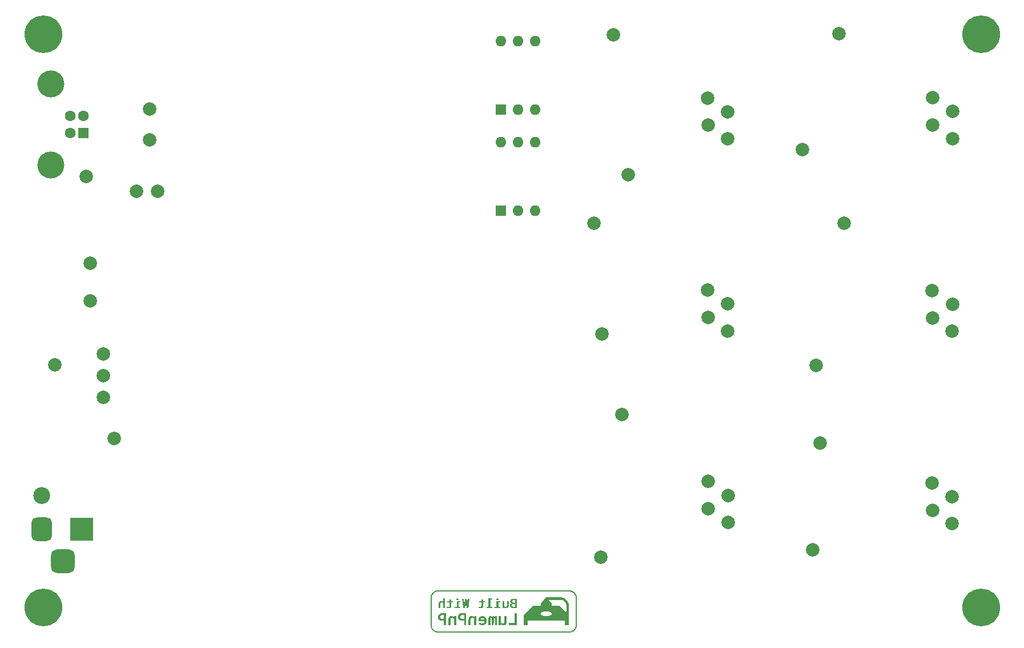
<source format=gbr>
G04 #@! TF.GenerationSoftware,KiCad,Pcbnew,7.0.2-0*
G04 #@! TF.CreationDate,2023-12-22T12:06:11-05:00*
G04 #@! TF.ProjectId,mobo,6d6f626f-2e6b-4696-9361-645f70636258,REV05*
G04 #@! TF.SameCoordinates,Original*
G04 #@! TF.FileFunction,Soldermask,Bot*
G04 #@! TF.FilePolarity,Negative*
%FSLAX46Y46*%
G04 Gerber Fmt 4.6, Leading zero omitted, Abs format (unit mm)*
G04 Created by KiCad (PCBNEW 7.0.2-0) date 2023-12-22 12:06:11*
%MOMM*%
%LPD*%
G01*
G04 APERTURE LIST*
G04 Aperture macros list*
%AMRoundRect*
0 Rectangle with rounded corners*
0 $1 Rounding radius*
0 $2 $3 $4 $5 $6 $7 $8 $9 X,Y pos of 4 corners*
0 Add a 4 corners polygon primitive as box body*
4,1,4,$2,$3,$4,$5,$6,$7,$8,$9,$2,$3,0*
0 Add four circle primitives for the rounded corners*
1,1,$1+$1,$2,$3*
1,1,$1+$1,$4,$5*
1,1,$1+$1,$6,$7*
1,1,$1+$1,$8,$9*
0 Add four rect primitives between the rounded corners*
20,1,$1+$1,$2,$3,$4,$5,0*
20,1,$1+$1,$4,$5,$6,$7,0*
20,1,$1+$1,$6,$7,$8,$9,0*
20,1,$1+$1,$8,$9,$2,$3,0*%
G04 Aperture macros list end*
%ADD10C,5.600000*%
%ADD11R,1.600000X1.600000*%
%ADD12O,1.600000X1.600000*%
%ADD13R,3.500000X3.500000*%
%ADD14C,2.500000*%
%ADD15RoundRect,0.750000X-0.750000X-1.000000X0.750000X-1.000000X0.750000X1.000000X-0.750000X1.000000X0*%
%ADD16RoundRect,0.875000X-0.875000X-0.875000X0.875000X-0.875000X0.875000X0.875000X-0.875000X0.875000X0*%
%ADD17C,1.600000*%
%ADD18C,4.000000*%
%ADD19C,2.000000*%
G04 APERTURE END LIST*
G36*
X141776745Y-142638090D02*
G01*
X140603411Y-142638090D01*
X140603411Y-142357943D01*
X141430078Y-142357943D01*
X141430078Y-140863826D01*
X141776745Y-140863826D01*
X141776745Y-142638090D01*
G37*
G36*
X133443411Y-139303006D02*
G01*
X133150078Y-139303006D01*
X133150078Y-139916662D01*
X133443411Y-139916662D01*
X133443411Y-140130107D01*
X132603411Y-140130107D01*
X132603411Y-139916662D01*
X132883411Y-139916662D01*
X132883411Y-139089561D01*
X133443411Y-139089561D01*
X133443411Y-139303006D01*
G37*
G36*
X138187284Y-138759388D02*
G01*
X138183411Y-138869445D01*
X137883411Y-138876989D01*
X137883411Y-139916662D01*
X138190078Y-139916662D01*
X138190078Y-140130107D01*
X137310078Y-140130107D01*
X137310078Y-139916662D01*
X137603411Y-139916662D01*
X137603411Y-138649330D01*
X138191157Y-138649330D01*
X138187284Y-138759388D01*
G37*
G36*
X139350078Y-139303006D02*
G01*
X139056244Y-139303006D01*
X139059828Y-139606499D01*
X139063411Y-139909992D01*
X139206745Y-139913778D01*
X139350078Y-139917564D01*
X139350078Y-140130107D01*
X138510078Y-140130107D01*
X138510078Y-139916662D01*
X138790078Y-139916662D01*
X138790078Y-139089561D01*
X139350078Y-139089561D01*
X139350078Y-139303006D01*
G37*
G36*
X138964512Y-138684353D02*
G01*
X139015199Y-138708343D01*
X139054122Y-138746950D01*
X139076314Y-138795456D01*
X139076809Y-138849141D01*
X139058306Y-138889852D01*
X139019177Y-138929863D01*
X138968487Y-138955688D01*
X138937282Y-138962062D01*
X138912321Y-138961671D01*
X138905147Y-138959809D01*
X138874629Y-138956157D01*
X138869652Y-138955310D01*
X138844907Y-138941836D01*
X138815719Y-138917163D01*
X138793258Y-138888234D01*
X138775963Y-138837007D01*
X138779987Y-138784890D01*
X138803290Y-138737635D01*
X138843832Y-138700994D01*
X138899573Y-138680720D01*
X138907026Y-138679701D01*
X138964512Y-138684353D01*
G37*
G36*
X133094585Y-138696893D02*
G01*
X133136534Y-138729484D01*
X133161999Y-138777112D01*
X133167990Y-138826746D01*
X133154010Y-138882751D01*
X133118519Y-138927175D01*
X133064146Y-138955232D01*
X133030355Y-138961965D01*
X133005654Y-138961610D01*
X132999715Y-138960025D01*
X132970011Y-138956157D01*
X132965917Y-138955541D01*
X132941528Y-138943726D01*
X132911101Y-138921621D01*
X132909403Y-138920184D01*
X132884208Y-138894298D01*
X132872774Y-138866040D01*
X132870078Y-138823387D01*
X132871642Y-138790139D01*
X132881716Y-138754732D01*
X132904906Y-138724845D01*
X132933613Y-138702300D01*
X132986749Y-138682004D01*
X133042532Y-138680634D01*
X133094585Y-138696893D01*
G37*
G36*
X131150078Y-140130107D02*
G01*
X130883411Y-140130107D01*
X130883411Y-139357492D01*
X130822971Y-139322053D01*
X130799502Y-139309022D01*
X130765102Y-139295366D01*
X130727814Y-139290532D01*
X130675903Y-139292133D01*
X130639098Y-139295151D01*
X130601454Y-139302388D01*
X130573825Y-139316303D01*
X130546344Y-139340586D01*
X130503411Y-139383520D01*
X130499484Y-139756814D01*
X130495557Y-140130107D01*
X130228617Y-140130107D01*
X130232681Y-139733232D01*
X130232741Y-139727422D01*
X130233981Y-139614788D01*
X130235294Y-139525356D01*
X130236928Y-139455799D01*
X130239134Y-139402794D01*
X130242160Y-139363015D01*
X130246256Y-139333137D01*
X130251672Y-139309834D01*
X130258657Y-139289782D01*
X130267460Y-139269655D01*
X130281244Y-139242199D01*
X130334798Y-139168191D01*
X130403009Y-139115965D01*
X130486926Y-139084882D01*
X130587599Y-139074302D01*
X130614079Y-139074727D01*
X130694771Y-139085931D01*
X130763817Y-139114767D01*
X130830101Y-139164540D01*
X130882863Y-139212232D01*
X130886470Y-138934116D01*
X130890078Y-138656000D01*
X131150078Y-138648364D01*
X131150078Y-140130107D01*
G37*
G36*
X132141928Y-141301420D02*
G01*
X132249763Y-141318635D01*
X132346625Y-141359557D01*
X132435603Y-141425397D01*
X132507884Y-141491492D01*
X132517201Y-141404444D01*
X132526518Y-141317397D01*
X132830078Y-141317397D01*
X132830078Y-142638090D01*
X132496745Y-142638090D01*
X132496745Y-141694031D01*
X132445154Y-141647398D01*
X132441246Y-141643909D01*
X132374682Y-141598311D01*
X132302008Y-141575808D01*
X132216963Y-141574396D01*
X132207298Y-141575358D01*
X132128948Y-141591782D01*
X132071723Y-141622261D01*
X132033637Y-141667807D01*
X132028088Y-141679671D01*
X132022660Y-141697404D01*
X132018242Y-141721947D01*
X132014665Y-141756139D01*
X132011757Y-141802819D01*
X132009348Y-141864823D01*
X132007268Y-141944993D01*
X132005346Y-142046165D01*
X132003411Y-142171178D01*
X131996745Y-142631420D01*
X131826745Y-142635154D01*
X131656745Y-142638887D01*
X131657009Y-142214933D01*
X131657101Y-142172323D01*
X131657903Y-142064776D01*
X131659430Y-141963130D01*
X131661573Y-141871541D01*
X131664224Y-141794164D01*
X131667272Y-141735156D01*
X131670608Y-141698673D01*
X131675344Y-141669672D01*
X131706496Y-141556896D01*
X131754885Y-141464389D01*
X131820308Y-141392335D01*
X131902562Y-141340913D01*
X132001442Y-141310307D01*
X132116745Y-141300697D01*
X132141928Y-141301420D01*
G37*
G36*
X132110078Y-139089561D02*
G01*
X132350078Y-139089561D01*
X132350078Y-139289666D01*
X132111851Y-139289666D01*
X132107631Y-139599829D01*
X132106609Y-139670403D01*
X132105012Y-139754258D01*
X132102996Y-139817797D01*
X132100217Y-139864809D01*
X132096331Y-139899082D01*
X132090992Y-139924405D01*
X132083856Y-139944566D01*
X132074580Y-139963353D01*
X132027373Y-140031018D01*
X131967663Y-140086406D01*
X131903156Y-140122129D01*
X131853403Y-140134536D01*
X131777429Y-140142106D01*
X131691149Y-140142163D01*
X131602760Y-140135090D01*
X131520457Y-140121270D01*
X131452438Y-140101086D01*
X131434459Y-140093034D01*
X131421988Y-140080611D01*
X131419267Y-140058370D01*
X131423403Y-140018027D01*
X131428746Y-139978165D01*
X131436308Y-139936705D01*
X131445074Y-139914339D01*
X131457163Y-139906550D01*
X131474697Y-139908822D01*
X131516984Y-139917490D01*
X131578796Y-139924211D01*
X131643361Y-139926577D01*
X131701046Y-139924291D01*
X131742218Y-139917056D01*
X131767917Y-139907413D01*
X131793593Y-139892532D01*
X131812725Y-139871416D01*
X131826261Y-139840661D01*
X131835146Y-139796861D01*
X131840326Y-139736611D01*
X131842750Y-139656505D01*
X131843362Y-139553138D01*
X131843411Y-139289666D01*
X131456745Y-139289666D01*
X131456745Y-139089561D01*
X131843411Y-139089561D01*
X131843411Y-138836094D01*
X132110078Y-138836094D01*
X132110078Y-139089561D01*
G37*
G36*
X139470078Y-142249173D02*
G01*
X139506193Y-142292116D01*
X139562702Y-142340737D01*
X139637321Y-142372919D01*
X139723411Y-142384310D01*
X139747513Y-142383695D01*
X139821591Y-142369727D01*
X139877597Y-142336895D01*
X139916745Y-142284571D01*
X139919503Y-142278895D01*
X139926197Y-142262598D01*
X139931586Y-142243251D01*
X139935851Y-142217900D01*
X139939171Y-142183592D01*
X139941729Y-142137372D01*
X139943703Y-142076287D01*
X139945276Y-141997383D01*
X139946627Y-141897707D01*
X139947936Y-141774303D01*
X139952461Y-141317397D01*
X140285455Y-141317397D01*
X140280323Y-141800984D01*
X140279302Y-141893755D01*
X140277887Y-142004032D01*
X140276340Y-142092740D01*
X140274482Y-142162870D01*
X140272134Y-142217413D01*
X140269116Y-142259363D01*
X140265249Y-142291710D01*
X140260355Y-142317446D01*
X140254252Y-142339563D01*
X140246764Y-142361053D01*
X140232726Y-142396046D01*
X140180679Y-142490476D01*
X140115197Y-142562763D01*
X140034577Y-142614481D01*
X139937115Y-142647205D01*
X139929817Y-142648759D01*
X139837426Y-142657608D01*
X139743648Y-142649157D01*
X139660068Y-142624360D01*
X139622545Y-142603096D01*
X139575689Y-142569314D01*
X139530889Y-142530955D01*
X139458387Y-142462350D01*
X139451087Y-142506864D01*
X139445162Y-142547999D01*
X139440266Y-142591399D01*
X139436745Y-142631420D01*
X139136745Y-142638964D01*
X139136745Y-141317397D01*
X139470078Y-141317397D01*
X139470078Y-142249173D01*
G37*
G36*
X135159476Y-141304443D02*
G01*
X135255535Y-141324012D01*
X135340000Y-141363385D01*
X135418748Y-141424770D01*
X135423147Y-141428898D01*
X135456882Y-141460252D01*
X135481292Y-141482417D01*
X135491352Y-141490821D01*
X135493706Y-141479395D01*
X135497883Y-141448177D01*
X135502919Y-141404109D01*
X135512201Y-141317397D01*
X135816745Y-141317397D01*
X135816745Y-142638090D01*
X135483411Y-142638090D01*
X135483411Y-141701128D01*
X135432928Y-141650618D01*
X135422090Y-141640323D01*
X135356660Y-141597402D01*
X135278344Y-141575865D01*
X135184703Y-141574970D01*
X135152996Y-141578931D01*
X135091426Y-141597362D01*
X135045827Y-141631470D01*
X135010078Y-141685117D01*
X135007753Y-141689800D01*
X135000936Y-141705856D01*
X134995458Y-141724790D01*
X134991136Y-141749578D01*
X134987787Y-141783196D01*
X134985230Y-141828618D01*
X134983283Y-141888819D01*
X134981762Y-141966776D01*
X134980486Y-142065462D01*
X134979272Y-142187854D01*
X134975132Y-142638090D01*
X134643411Y-142638090D01*
X134643512Y-142201194D01*
X134643633Y-142145131D01*
X134644463Y-142037463D01*
X134645990Y-141936683D01*
X134648114Y-141846748D01*
X134650730Y-141771618D01*
X134653735Y-141715250D01*
X134657027Y-141681604D01*
X134657772Y-141677092D01*
X134687322Y-141563204D01*
X134734124Y-141469596D01*
X134797990Y-141396436D01*
X134878730Y-141343887D01*
X134976155Y-141312117D01*
X135090078Y-141301290D01*
X135159476Y-141304443D01*
G37*
G36*
X136843411Y-139089561D02*
G01*
X137084580Y-139089561D01*
X137080662Y-139186278D01*
X137076745Y-139282996D01*
X136961357Y-139286832D01*
X136845969Y-139290667D01*
X136841234Y-139586989D01*
X136839795Y-139672058D01*
X136838055Y-139749110D01*
X136835813Y-139807200D01*
X136832624Y-139850468D01*
X136828048Y-139883054D01*
X136821641Y-139909096D01*
X136812961Y-139932735D01*
X136801566Y-139958110D01*
X136765819Y-140018175D01*
X136702045Y-140081459D01*
X136620105Y-140125218D01*
X136593402Y-140132007D01*
X136536911Y-140138228D01*
X136466763Y-140140157D01*
X136390458Y-140138060D01*
X136315499Y-140132204D01*
X136249388Y-140122855D01*
X136199626Y-140110280D01*
X136168682Y-140097708D01*
X136145506Y-140081900D01*
X136141995Y-140065332D01*
X136144677Y-140053395D01*
X136150755Y-140017938D01*
X136156974Y-139973777D01*
X136165799Y-139904159D01*
X136227938Y-139913745D01*
X136267947Y-139918210D01*
X136326538Y-139921911D01*
X136385694Y-139923332D01*
X136431623Y-139922502D01*
X136468321Y-139918210D01*
X136493604Y-139908383D01*
X136515715Y-139890972D01*
X136531680Y-139873875D01*
X136548034Y-139847907D01*
X136560002Y-139814212D01*
X136568217Y-139769005D01*
X136573311Y-139708500D01*
X136575918Y-139628912D01*
X136576670Y-139526457D01*
X136576745Y-139289666D01*
X136190078Y-139289666D01*
X136190078Y-139089561D01*
X136576745Y-139089561D01*
X136576745Y-138836094D01*
X136843411Y-138836094D01*
X136843411Y-139089561D01*
G37*
G36*
X139950078Y-139451026D02*
G01*
X139950108Y-139525561D01*
X139950374Y-139617465D01*
X139951115Y-139688190D01*
X139952567Y-139741039D01*
X139954965Y-139779315D01*
X139958544Y-139806320D01*
X139963540Y-139825358D01*
X139970189Y-139839732D01*
X139978727Y-139852745D01*
X140016504Y-139890496D01*
X140078662Y-139919889D01*
X140155689Y-139930002D01*
X140221165Y-139922993D01*
X140272497Y-139899256D01*
X140307745Y-139857368D01*
X140311265Y-139850218D01*
X140317405Y-139831934D01*
X140322246Y-139806166D01*
X140326001Y-139769715D01*
X140328880Y-139719381D01*
X140331093Y-139651964D01*
X140332851Y-139564265D01*
X140334365Y-139453085D01*
X140338653Y-139089561D01*
X140605872Y-139089561D01*
X140600160Y-139466425D01*
X140600090Y-139470998D01*
X140598033Y-139587405D01*
X140595672Y-139680538D01*
X140592801Y-139753687D01*
X140589212Y-139810143D01*
X140584697Y-139853196D01*
X140579051Y-139886137D01*
X140572064Y-139912255D01*
X140569203Y-139920551D01*
X140536909Y-139984616D01*
X140490804Y-140044708D01*
X140437451Y-140093476D01*
X140383411Y-140123570D01*
X140374572Y-140126464D01*
X140307709Y-140139360D01*
X140232643Y-140142106D01*
X140160413Y-140134918D01*
X140102063Y-140118015D01*
X140086615Y-140110133D01*
X140040431Y-140079865D01*
X139999174Y-140044936D01*
X139981189Y-140027382D01*
X139956833Y-140005325D01*
X139944586Y-139996704D01*
X139942246Y-140000289D01*
X139937716Y-140023126D01*
X139934142Y-140060070D01*
X139930078Y-140123437D01*
X139806745Y-140127273D01*
X139683411Y-140131108D01*
X139683411Y-139089561D01*
X139950078Y-139089561D01*
X139950078Y-139451026D01*
G37*
G36*
X134310078Y-142638090D02*
G01*
X133976745Y-142638090D01*
X133976745Y-141984414D01*
X133793411Y-141984217D01*
X133775437Y-141984138D01*
X133673665Y-141981204D01*
X133588410Y-141974323D01*
X133524652Y-141963873D01*
X133479617Y-141951540D01*
X133366417Y-141903717D01*
X133267638Y-141836539D01*
X133186396Y-141752430D01*
X133125812Y-141653814D01*
X133110621Y-141619085D01*
X133099792Y-141585191D01*
X133093577Y-141547619D01*
X133090748Y-141498706D01*
X133090078Y-141430790D01*
X133090099Y-141412460D01*
X133090108Y-141411845D01*
X133430879Y-141411845D01*
X133434752Y-141492467D01*
X133455726Y-141567240D01*
X133493920Y-141628956D01*
X133499677Y-141634697D01*
X133531042Y-141657765D01*
X133570078Y-141679177D01*
X133590029Y-141687161D01*
X133622155Y-141695308D01*
X133664144Y-141700424D01*
X133721588Y-141703111D01*
X133800078Y-141703974D01*
X133976745Y-141704267D01*
X133976745Y-141143973D01*
X133806745Y-141144266D01*
X133779814Y-141144441D01*
X133693327Y-141147752D01*
X133627075Y-141156236D01*
X133576156Y-141171197D01*
X133535670Y-141193940D01*
X133500715Y-141225772D01*
X133473945Y-141261895D01*
X133443984Y-141332585D01*
X133430879Y-141411845D01*
X133090108Y-141411845D01*
X133090996Y-141351158D01*
X133094268Y-141306634D01*
X133101346Y-141270927D01*
X133113664Y-141236077D01*
X133132653Y-141194122D01*
X133145722Y-141168040D01*
X133205961Y-141077095D01*
X133282641Y-141002506D01*
X133378618Y-140941912D01*
X133496745Y-140892952D01*
X133508788Y-140889433D01*
X133539513Y-140883542D01*
X133582384Y-140878744D01*
X133640306Y-140874867D01*
X133716182Y-140871737D01*
X133812916Y-140869183D01*
X133933411Y-140867032D01*
X134310078Y-140861363D01*
X134310078Y-141143973D01*
X134310078Y-142638090D01*
G37*
G36*
X131333533Y-141737618D02*
G01*
X131333731Y-141790467D01*
X131334157Y-141938009D01*
X131334373Y-142077049D01*
X131334385Y-142205315D01*
X131334202Y-142320535D01*
X131333831Y-142420438D01*
X131333280Y-142502749D01*
X131332556Y-142565197D01*
X131331666Y-142605510D01*
X131330618Y-142621415D01*
X131330284Y-142622141D01*
X131317324Y-142629514D01*
X131285980Y-142634455D01*
X131233508Y-142637225D01*
X131157163Y-142638090D01*
X130990078Y-142638090D01*
X130990078Y-141984414D01*
X130806745Y-141984217D01*
X130731157Y-141982912D01*
X130607599Y-141973496D01*
X130503091Y-141953952D01*
X130413526Y-141923060D01*
X130334798Y-141879597D01*
X130262800Y-141822341D01*
X130199320Y-141751262D01*
X130144280Y-141655957D01*
X130110417Y-141551709D01*
X130097747Y-141442470D01*
X130098829Y-141428504D01*
X130442192Y-141428504D01*
X130451395Y-141504483D01*
X130477903Y-141574622D01*
X130521026Y-141633568D01*
X130580075Y-141675970D01*
X130585778Y-141678679D01*
X130613712Y-141689799D01*
X130644607Y-141697202D01*
X130684386Y-141701604D01*
X130738972Y-141703720D01*
X130814288Y-141704267D01*
X130990078Y-141704267D01*
X130990078Y-141143973D01*
X130833411Y-141144047D01*
X130787270Y-141144413D01*
X130706165Y-141147935D01*
X130644118Y-141156240D01*
X130596063Y-141170606D01*
X130556933Y-141192309D01*
X130521660Y-141222628D01*
X130478459Y-141280436D01*
X130450984Y-141352038D01*
X130442192Y-141428504D01*
X130098829Y-141428504D01*
X130106289Y-141332192D01*
X130136059Y-141224826D01*
X130187075Y-141124324D01*
X130259354Y-141034639D01*
X130272960Y-141021908D01*
X130339292Y-140974137D01*
X130421223Y-140931360D01*
X130509969Y-140897675D01*
X130596745Y-140877182D01*
X130611076Y-140875418D01*
X130662060Y-140871731D01*
X130732518Y-140868896D01*
X130817385Y-140867042D01*
X130911593Y-140866295D01*
X131010078Y-140866783D01*
X131330078Y-140870496D01*
X131331168Y-141143973D01*
X131333533Y-141737618D01*
G37*
G36*
X137938126Y-141309938D02*
G01*
X138000307Y-141331193D01*
X138051390Y-141361678D01*
X138083635Y-141397858D01*
X138087564Y-141404856D01*
X138102845Y-141421570D01*
X138118497Y-141415280D01*
X138138917Y-141384958D01*
X138160901Y-141356764D01*
X138211191Y-141323313D01*
X138275400Y-141304559D01*
X138347586Y-141301933D01*
X138421804Y-141316866D01*
X138424337Y-141317762D01*
X138456574Y-141335709D01*
X138493286Y-141364432D01*
X138527787Y-141397568D01*
X138553391Y-141428754D01*
X138563411Y-141451626D01*
X138564457Y-141456435D01*
X138576745Y-141457470D01*
X138581244Y-141450803D01*
X138587588Y-141423096D01*
X138590078Y-141383311D01*
X138590078Y-141317397D01*
X138883411Y-141317397D01*
X138883411Y-142638090D01*
X138576745Y-142638090D01*
X138576745Y-141636352D01*
X138544018Y-141603608D01*
X138533580Y-141594313D01*
X138490487Y-141573649D01*
X138446376Y-141575100D01*
X138408811Y-141598930D01*
X138402345Y-141607353D01*
X138396987Y-141618795D01*
X138392675Y-141635809D01*
X138389263Y-141661033D01*
X138386608Y-141697105D01*
X138384564Y-141746664D01*
X138382988Y-141812348D01*
X138381734Y-141896797D01*
X138380660Y-142002649D01*
X138379620Y-142132543D01*
X138375828Y-142638090D01*
X138083411Y-142638090D01*
X138083411Y-142131157D01*
X138083409Y-142091514D01*
X138083321Y-141968876D01*
X138083011Y-141869534D01*
X138082347Y-141790856D01*
X138081198Y-141730209D01*
X138079433Y-141684960D01*
X138076918Y-141652477D01*
X138073524Y-141630126D01*
X138069118Y-141615276D01*
X138063569Y-141605293D01*
X138056745Y-141597544D01*
X138018680Y-141575868D01*
X137972145Y-141572835D01*
X137929293Y-141589788D01*
X137927992Y-141590765D01*
X137921602Y-141597079D01*
X137916360Y-141606881D01*
X137912107Y-141622747D01*
X137908684Y-141647254D01*
X137905935Y-141682979D01*
X137903700Y-141732499D01*
X137901822Y-141798391D01*
X137900142Y-141883231D01*
X137898502Y-141989598D01*
X137896745Y-142120066D01*
X137890078Y-142631420D01*
X137589236Y-142638972D01*
X137592990Y-142081572D01*
X137596745Y-141524172D01*
X137636745Y-141444130D01*
X137673363Y-141384777D01*
X137725557Y-141336103D01*
X137790699Y-141309085D01*
X137872547Y-141301449D01*
X137872588Y-141301449D01*
X137938126Y-141309938D01*
G37*
G36*
X137336096Y-141885187D02*
G01*
X137339445Y-141920926D01*
X137340710Y-142043616D01*
X137326846Y-142160374D01*
X137298700Y-142262642D01*
X137268624Y-142327953D01*
X137201608Y-142425198D01*
X137115367Y-142508755D01*
X137013447Y-142575988D01*
X136899391Y-142624259D01*
X136776745Y-142650931D01*
X136733593Y-142656161D01*
X136698039Y-142660644D01*
X136681043Y-142663018D01*
X136676697Y-142663465D01*
X136646620Y-142661673D01*
X136600483Y-142655492D01*
X136546074Y-142646316D01*
X136491182Y-142635538D01*
X136443597Y-142624549D01*
X136411107Y-142614744D01*
X136399776Y-142610094D01*
X136338910Y-142579789D01*
X136274740Y-142540930D01*
X136216658Y-142499575D01*
X136174055Y-142461785D01*
X136137143Y-142422249D01*
X136302271Y-142239971D01*
X136348831Y-142280872D01*
X136360797Y-142290714D01*
X136407734Y-142322758D01*
X136456067Y-142348692D01*
X136473075Y-142355394D01*
X136540712Y-142372362D01*
X136618748Y-142381457D01*
X136695557Y-142381772D01*
X136759518Y-142372399D01*
X136761591Y-142371829D01*
X136838602Y-142337098D01*
X136906264Y-142280756D01*
X136960352Y-142207281D01*
X136996637Y-142121152D01*
X137005209Y-142091136D01*
X136106154Y-142091136D01*
X136113442Y-141934388D01*
X136120338Y-141851010D01*
X136439943Y-141851010D01*
X136715011Y-141851010D01*
X136765942Y-141851035D01*
X136850106Y-141850816D01*
X136911770Y-141849312D01*
X136953719Y-141845410D01*
X136978737Y-141837997D01*
X136989608Y-141825958D01*
X136989116Y-141808181D01*
X136980045Y-141783552D01*
X136965180Y-141750958D01*
X136956874Y-141733729D01*
X136906393Y-141658778D01*
X136843584Y-141606463D01*
X136769948Y-141577740D01*
X136686986Y-141573566D01*
X136649671Y-141579120D01*
X136571227Y-141606545D01*
X136509771Y-141652299D01*
X136467531Y-141714366D01*
X136446734Y-141790735D01*
X136439943Y-141851010D01*
X136120338Y-141851010D01*
X136122539Y-141824402D01*
X136142553Y-141717488D01*
X136174349Y-141624751D01*
X136219505Y-141540328D01*
X136259267Y-141486998D01*
X136339938Y-141412790D01*
X136436935Y-141356084D01*
X136546788Y-141318306D01*
X136666029Y-141300881D01*
X136791188Y-141305237D01*
X136893966Y-141325762D01*
X137010209Y-141371368D01*
X137111112Y-141437816D01*
X137195413Y-141523764D01*
X137261851Y-141627869D01*
X137309166Y-141748791D01*
X137324402Y-141825958D01*
X137336096Y-141885187D01*
G37*
G36*
X141803411Y-139516452D02*
G01*
X141803411Y-140130107D01*
X141520078Y-140130030D01*
X141508827Y-140130022D01*
X141390490Y-140129175D01*
X141294521Y-140126622D01*
X141216985Y-140121918D01*
X141153947Y-140114619D01*
X141101471Y-140104281D01*
X141055623Y-140090460D01*
X141012468Y-140072711D01*
X140935477Y-140026946D01*
X140868246Y-139959675D01*
X140822110Y-139876124D01*
X140797262Y-139776558D01*
X140794171Y-139741853D01*
X140796634Y-139710332D01*
X141067226Y-139710332D01*
X141067550Y-139730089D01*
X141078986Y-139792980D01*
X141109165Y-139841285D01*
X141161527Y-139881236D01*
X141189079Y-139893231D01*
X141228033Y-139902010D01*
X141283334Y-139908269D01*
X141360133Y-139912828D01*
X141419860Y-139914684D01*
X141472697Y-139914707D01*
X141510207Y-139912887D01*
X141526745Y-139909345D01*
X141528125Y-139906070D01*
X141531520Y-139880989D01*
X141534255Y-139836182D01*
X141536080Y-139776718D01*
X141536745Y-139707663D01*
X141536745Y-139516452D01*
X141366745Y-139516501D01*
X141361715Y-139516505D01*
X141289553Y-139517160D01*
X141238216Y-139519418D01*
X141202202Y-139523952D01*
X141176010Y-139531436D01*
X141154136Y-139542545D01*
X141139130Y-139552324D01*
X141097406Y-139592086D01*
X141074561Y-139642585D01*
X141067226Y-139710332D01*
X140796634Y-139710332D01*
X140801515Y-139647849D01*
X140831530Y-139563442D01*
X140882681Y-139491976D01*
X140953429Y-139436795D01*
X140984933Y-139417715D01*
X141006347Y-139402424D01*
X141009145Y-139396514D01*
X141004254Y-139395745D01*
X140977792Y-139381098D01*
X140943520Y-139352478D01*
X140907577Y-139315980D01*
X140876099Y-139277696D01*
X140855227Y-139243719D01*
X140837002Y-139181069D01*
X140831722Y-139118080D01*
X141097297Y-139118080D01*
X141103728Y-139183220D01*
X141132373Y-139240325D01*
X141181885Y-139284327D01*
X141188246Y-139287910D01*
X141215522Y-139298616D01*
X141252993Y-139306021D01*
X141306145Y-139310951D01*
X141380464Y-139314232D01*
X141537516Y-139319180D01*
X141533797Y-139134333D01*
X141530078Y-138949487D01*
X141382057Y-138951257D01*
X141369710Y-138951439D01*
X141283677Y-138955546D01*
X141219482Y-138965327D01*
X141173109Y-138982168D01*
X141140545Y-139007457D01*
X141117775Y-139042582D01*
X141114424Y-139049977D01*
X141097297Y-139118080D01*
X140831722Y-139118080D01*
X140830371Y-139101958D01*
X140837902Y-139024620D01*
X140868635Y-138937154D01*
X140921537Y-138862596D01*
X140994980Y-138803109D01*
X141087333Y-138760855D01*
X141094037Y-138758778D01*
X141124685Y-138751503D01*
X141164015Y-138745739D01*
X141215621Y-138741227D01*
X141283103Y-138737709D01*
X141370056Y-138734927D01*
X141480078Y-138732621D01*
X141803411Y-138726948D01*
X141803411Y-139319180D01*
X141803411Y-139516452D01*
G37*
G36*
X133927081Y-138766058D02*
G01*
X133927222Y-138766821D01*
X133930800Y-138791120D01*
X133936975Y-138837835D01*
X133945267Y-138903147D01*
X133955197Y-138983242D01*
X133966289Y-139074303D01*
X133978061Y-139172513D01*
X133979792Y-139187032D01*
X133991272Y-139281423D01*
X134001912Y-139365792D01*
X134011269Y-139436843D01*
X134018897Y-139491280D01*
X134024354Y-139525806D01*
X134027194Y-139537124D01*
X134027401Y-139536642D01*
X134030839Y-139519305D01*
X134037502Y-139480150D01*
X134046783Y-139423128D01*
X134058075Y-139352190D01*
X134070770Y-139271286D01*
X134084260Y-139184368D01*
X134097937Y-139095385D01*
X134111194Y-139008288D01*
X134123423Y-138927029D01*
X134134016Y-138855557D01*
X134142366Y-138797824D01*
X134147865Y-138757781D01*
X134149906Y-138739377D01*
X134150209Y-138738605D01*
X134165926Y-138733924D01*
X134200723Y-138730622D01*
X134247999Y-138729372D01*
X134345920Y-138729372D01*
X134402666Y-139132917D01*
X134409874Y-139184011D01*
X134426956Y-139303335D01*
X134440903Y-139397704D01*
X134451899Y-139468218D01*
X134460130Y-139515975D01*
X134465780Y-139542074D01*
X134469034Y-139547616D01*
X134470078Y-139533698D01*
X134470191Y-139531791D01*
X134472518Y-139508978D01*
X134477548Y-139464025D01*
X134484884Y-139400365D01*
X134494128Y-139321431D01*
X134504881Y-139230653D01*
X134516745Y-139131465D01*
X134520141Y-139103187D01*
X134531713Y-139006537D01*
X134542069Y-138919614D01*
X134550813Y-138845771D01*
X134557548Y-138788360D01*
X134561880Y-138750733D01*
X134563411Y-138736242D01*
X134567194Y-138734561D01*
X134591589Y-138731894D01*
X134633614Y-138730056D01*
X134687418Y-138729372D01*
X134811425Y-138729372D01*
X134714737Y-139426404D01*
X134706601Y-139485049D01*
X134688588Y-139614863D01*
X134671853Y-139735408D01*
X134656740Y-139844234D01*
X134643586Y-139938889D01*
X134632735Y-140016921D01*
X134624526Y-140075880D01*
X134619299Y-140113314D01*
X134617396Y-140126772D01*
X134614500Y-140127486D01*
X134591566Y-140128830D01*
X134550787Y-140129760D01*
X134498190Y-140130107D01*
X134448038Y-140129812D01*
X134409904Y-140127971D01*
X134388257Y-140123276D01*
X134377628Y-140114418D01*
X134372545Y-140100091D01*
X134372339Y-140099176D01*
X134368150Y-140076112D01*
X134360593Y-140030738D01*
X134350260Y-139966757D01*
X134337745Y-139887874D01*
X134323641Y-139797793D01*
X134308540Y-139700218D01*
X134306082Y-139684281D01*
X134291338Y-139590206D01*
X134277772Y-139506148D01*
X134265942Y-139435380D01*
X134256404Y-139381176D01*
X134249717Y-139346809D01*
X134246437Y-139335553D01*
X134245787Y-139337344D01*
X134241221Y-139359128D01*
X134233239Y-139402907D01*
X134222405Y-139465388D01*
X134209284Y-139543275D01*
X134194441Y-139633274D01*
X134178441Y-139732091D01*
X134115634Y-140123437D01*
X133992856Y-140127273D01*
X133963553Y-140128077D01*
X133915532Y-140128826D01*
X133882401Y-140128558D01*
X133870038Y-140127273D01*
X133869885Y-140125960D01*
X133867106Y-140105233D01*
X133861106Y-140061296D01*
X133852227Y-139996648D01*
X133840814Y-139913784D01*
X133827211Y-139815202D01*
X133811763Y-139703400D01*
X133794812Y-139580874D01*
X133776705Y-139450121D01*
X133771853Y-139415069D01*
X133753961Y-139285258D01*
X133737328Y-139163703D01*
X133722301Y-139052999D01*
X133709227Y-138955742D01*
X133698454Y-138874527D01*
X133690329Y-138811949D01*
X133685199Y-138770605D01*
X133683411Y-138753089D01*
X133684073Y-138746573D01*
X133691011Y-138737544D01*
X133709602Y-138732336D01*
X133744846Y-138729946D01*
X133801745Y-138729372D01*
X133920078Y-138729372D01*
X133927081Y-138766058D01*
G37*
G36*
X149523050Y-140508482D02*
G01*
X149523264Y-140695975D01*
X149523378Y-140907112D01*
X149523385Y-140957701D01*
X149523411Y-141143410D01*
X149523411Y-142651431D01*
X148896745Y-142651431D01*
X148896745Y-141944393D01*
X143430078Y-141944393D01*
X143430078Y-142651431D01*
X142790078Y-142651431D01*
X142790078Y-141124058D01*
X142968172Y-140945845D01*
X145327331Y-140945845D01*
X145337285Y-141002107D01*
X145371251Y-141057444D01*
X145427057Y-141110391D01*
X145502530Y-141159481D01*
X145595497Y-141203247D01*
X145703787Y-141240225D01*
X145825226Y-141268947D01*
X145842616Y-141272052D01*
X145938422Y-141284523D01*
X146048469Y-141292912D01*
X146162692Y-141296831D01*
X146271028Y-141295892D01*
X146363411Y-141289707D01*
X146406737Y-141284347D01*
X146535132Y-141261402D01*
X146653781Y-141229758D01*
X146759311Y-141190797D01*
X146848350Y-141145900D01*
X146917527Y-141096449D01*
X146963470Y-141043826D01*
X146976498Y-141019386D01*
X146991399Y-140957701D01*
X146981159Y-140897338D01*
X146946871Y-140839438D01*
X146889630Y-140785142D01*
X146810528Y-140735591D01*
X146710660Y-140691926D01*
X146591118Y-140655287D01*
X146569503Y-140649977D01*
X146434106Y-140624055D01*
X146295625Y-140609109D01*
X146156729Y-140604549D01*
X146020087Y-140609787D01*
X145888371Y-140624233D01*
X145764250Y-140647299D01*
X145650395Y-140678396D01*
X145549474Y-140716935D01*
X145464158Y-140762327D01*
X145397117Y-140813984D01*
X145351022Y-140871316D01*
X145328541Y-140933736D01*
X145327331Y-140945845D01*
X142968172Y-140945845D01*
X144156648Y-139756578D01*
X145350078Y-139756578D01*
X145350078Y-139323178D01*
X145753330Y-138919552D01*
X145783398Y-138889456D01*
X146530381Y-138889456D01*
X146746896Y-139106383D01*
X146963411Y-139323311D01*
X146963411Y-139756578D01*
X147566745Y-139756033D01*
X148170078Y-139755489D01*
X148656745Y-140249813D01*
X148691921Y-140285514D01*
X148783859Y-140378537D01*
X148869608Y-140464895D01*
X148947387Y-140542818D01*
X149015412Y-140610535D01*
X149071902Y-140666277D01*
X149115074Y-140708273D01*
X149143145Y-140734754D01*
X149154334Y-140743950D01*
X149155411Y-140741124D01*
X149157460Y-140716810D01*
X149159101Y-140669885D01*
X149160305Y-140603133D01*
X149161042Y-140519334D01*
X149161283Y-140421270D01*
X149160998Y-140311722D01*
X149160158Y-140193474D01*
X149159315Y-140104895D01*
X149157832Y-139974449D01*
X149155965Y-139865972D01*
X149153358Y-139776503D01*
X149149650Y-139703082D01*
X149144482Y-139642747D01*
X149137496Y-139592537D01*
X149128333Y-139549491D01*
X149116634Y-139510647D01*
X149102039Y-139473044D01*
X149084190Y-139433722D01*
X149062729Y-139389718D01*
X149054937Y-139374321D01*
X148973333Y-139245037D01*
X148872115Y-139132682D01*
X148753525Y-139039060D01*
X148619804Y-138965973D01*
X148473192Y-138915227D01*
X148463406Y-138912782D01*
X148442345Y-138908082D01*
X148419389Y-138904057D01*
X148392474Y-138900655D01*
X148359536Y-138897824D01*
X148318511Y-138895512D01*
X148267333Y-138893668D01*
X148203939Y-138892238D01*
X148126264Y-138891171D01*
X148032245Y-138890415D01*
X147919816Y-138889917D01*
X147786913Y-138889626D01*
X147631473Y-138889490D01*
X147451430Y-138889456D01*
X146530381Y-138889456D01*
X145783398Y-138889456D01*
X146156581Y-138515926D01*
X147258250Y-138515926D01*
X147457567Y-138515961D01*
X147641652Y-138516130D01*
X147802758Y-138516522D01*
X147942768Y-138517226D01*
X148063568Y-138518331D01*
X148167041Y-138519928D01*
X148255072Y-138522106D01*
X148329547Y-138524953D01*
X148392348Y-138528559D01*
X148445361Y-138533015D01*
X148490470Y-138538408D01*
X148529559Y-138544829D01*
X148564514Y-138552366D01*
X148597217Y-138561110D01*
X148629555Y-138571149D01*
X148663411Y-138582573D01*
X148732159Y-138608521D01*
X148893641Y-138688667D01*
X149041169Y-138789726D01*
X149172821Y-138909524D01*
X149286675Y-139045883D01*
X149380810Y-139196627D01*
X149453304Y-139359580D01*
X149502235Y-139532565D01*
X149505384Y-139549985D01*
X149508360Y-139572207D01*
X149510996Y-139599850D01*
X149513311Y-139634431D01*
X149515327Y-139677470D01*
X149517063Y-139730485D01*
X149518539Y-139794995D01*
X149519774Y-139872518D01*
X149520790Y-139964572D01*
X149521605Y-140072678D01*
X149522240Y-140198352D01*
X149522715Y-140343114D01*
X149522873Y-140421270D01*
X149523050Y-140508482D01*
G37*
G36*
X150703107Y-139642491D02*
G01*
X150703260Y-139853802D01*
X150703353Y-140088055D01*
X150703399Y-140346495D01*
X150703411Y-140630370D01*
X150703411Y-142818185D01*
X150665959Y-142938248D01*
X150612679Y-143079748D01*
X150529807Y-143234689D01*
X150426879Y-143373065D01*
X150304889Y-143493346D01*
X150280707Y-143513051D01*
X150164697Y-143592549D01*
X150035951Y-143660142D01*
X149902800Y-143711901D01*
X149773577Y-143743896D01*
X149758963Y-143744482D01*
X149717986Y-143745108D01*
X149651468Y-143745717D01*
X149560000Y-143746309D01*
X149444170Y-143746883D01*
X149304566Y-143747438D01*
X149141777Y-143747975D01*
X148956392Y-143748492D01*
X148748999Y-143748989D01*
X148520188Y-143749466D01*
X148270547Y-143749921D01*
X148000665Y-143750354D01*
X147711131Y-143750765D01*
X147402532Y-143751153D01*
X147075459Y-143751517D01*
X146730499Y-143751857D01*
X146368242Y-143752173D01*
X145989275Y-143752463D01*
X145594189Y-143752727D01*
X145183571Y-143752965D01*
X144758011Y-143753176D01*
X144318096Y-143753359D01*
X143864417Y-143753514D01*
X143397561Y-143753640D01*
X142918117Y-143753737D01*
X142426674Y-143753804D01*
X141923820Y-143753840D01*
X141410145Y-143753846D01*
X140886238Y-143753819D01*
X140352686Y-143753761D01*
X139810078Y-143753670D01*
X139592428Y-143753626D01*
X138985152Y-143753504D01*
X138403776Y-143753382D01*
X137847731Y-143753259D01*
X137316448Y-143753133D01*
X136809360Y-143753004D01*
X136325897Y-143752869D01*
X135865491Y-143752727D01*
X135427572Y-143752577D01*
X135011574Y-143752417D01*
X134616925Y-143752246D01*
X134243059Y-143752062D01*
X133889407Y-143751863D01*
X133555399Y-143751649D01*
X133240467Y-143751417D01*
X132944043Y-143751167D01*
X132665558Y-143750896D01*
X132404442Y-143750603D01*
X132160129Y-143750287D01*
X131932048Y-143749947D01*
X131719631Y-143749580D01*
X131522309Y-143749185D01*
X131339515Y-143748760D01*
X131170679Y-143748306D01*
X131015232Y-143747818D01*
X130872606Y-143747297D01*
X130742233Y-143746741D01*
X130623543Y-143746148D01*
X130515967Y-143745517D01*
X130418939Y-143744846D01*
X130331887Y-143744134D01*
X130254245Y-143743379D01*
X130185443Y-143742580D01*
X130124913Y-143741735D01*
X130072085Y-143740843D01*
X130026392Y-143739902D01*
X129987265Y-143738911D01*
X129954134Y-143737869D01*
X129926432Y-143736773D01*
X129903590Y-143735623D01*
X129885039Y-143734416D01*
X129870210Y-143733152D01*
X129858535Y-143731829D01*
X129849445Y-143730445D01*
X129842371Y-143728999D01*
X129836745Y-143727489D01*
X129723961Y-143687758D01*
X129563568Y-143609274D01*
X129419773Y-143510667D01*
X129293758Y-143393100D01*
X129186702Y-143257733D01*
X129099788Y-143105728D01*
X129034197Y-142938248D01*
X128996745Y-142818185D01*
X128996745Y-142804844D01*
X129183411Y-142804844D01*
X129219737Y-142911567D01*
X129273929Y-143041039D01*
X129354499Y-143174711D01*
X129453330Y-143292207D01*
X129568164Y-143390893D01*
X129696745Y-143468136D01*
X129727256Y-143482362D01*
X129796299Y-143511048D01*
X129864029Y-143535262D01*
X129919377Y-143550889D01*
X129921789Y-143551372D01*
X129930627Y-143552671D01*
X129943080Y-143553915D01*
X129959709Y-143555104D01*
X129981076Y-143556239D01*
X130007745Y-143557322D01*
X130040276Y-143558354D01*
X130079232Y-143559336D01*
X130125176Y-143560269D01*
X130178669Y-143561154D01*
X130240275Y-143561992D01*
X130310555Y-143562785D01*
X130390071Y-143563533D01*
X130479386Y-143564238D01*
X130579063Y-143564900D01*
X130689662Y-143565522D01*
X130811748Y-143566103D01*
X130945881Y-143566646D01*
X131092624Y-143567152D01*
X131252539Y-143567620D01*
X131426190Y-143568054D01*
X131614137Y-143568453D01*
X131816943Y-143568819D01*
X132035171Y-143569153D01*
X132269382Y-143569456D01*
X132520140Y-143569730D01*
X132788005Y-143569975D01*
X133073541Y-143570192D01*
X133377310Y-143570383D01*
X133699874Y-143570549D01*
X134041795Y-143570691D01*
X134403635Y-143570810D01*
X134785958Y-143570907D01*
X135189324Y-143570984D01*
X135614297Y-143571041D01*
X136061438Y-143571080D01*
X136531310Y-143571101D01*
X137024475Y-143571107D01*
X137541496Y-143571097D01*
X138082934Y-143571074D01*
X138649352Y-143571038D01*
X139241312Y-143570990D01*
X139859377Y-143570932D01*
X140045307Y-143570913D01*
X140653078Y-143570849D01*
X141234921Y-143570781D01*
X141791405Y-143570709D01*
X142323099Y-143570631D01*
X142830572Y-143570546D01*
X143314393Y-143570453D01*
X143775132Y-143570349D01*
X144213358Y-143570234D01*
X144629639Y-143570106D01*
X145024545Y-143569964D01*
X145398645Y-143569806D01*
X145752508Y-143569631D01*
X146086704Y-143569439D01*
X146401801Y-143569226D01*
X146698368Y-143568993D01*
X146976975Y-143568737D01*
X147238191Y-143568457D01*
X147482585Y-143568152D01*
X147710725Y-143567820D01*
X147923182Y-143567461D01*
X148120525Y-143567072D01*
X148303321Y-143566653D01*
X148472141Y-143566201D01*
X148627554Y-143565716D01*
X148770129Y-143565196D01*
X148900435Y-143564640D01*
X149019041Y-143564047D01*
X149126516Y-143563414D01*
X149223430Y-143562741D01*
X149310350Y-143562027D01*
X149387848Y-143561269D01*
X149456491Y-143560467D01*
X149516850Y-143559619D01*
X149569492Y-143558723D01*
X149614987Y-143557780D01*
X149653905Y-143556786D01*
X149686814Y-143555741D01*
X149714284Y-143554643D01*
X149736883Y-143553490D01*
X149755181Y-143552283D01*
X149769748Y-143551018D01*
X149781151Y-143549696D01*
X149789960Y-143548313D01*
X149796745Y-143546870D01*
X149825970Y-143539161D01*
X149973927Y-143484276D01*
X150108970Y-143407076D01*
X150229122Y-143309396D01*
X150332406Y-143193075D01*
X150416845Y-143059947D01*
X150480462Y-142911848D01*
X150516745Y-142804844D01*
X150520481Y-140670391D01*
X150520506Y-140655889D01*
X150521036Y-140369818D01*
X150521535Y-140109087D01*
X150521954Y-139872418D01*
X150522241Y-139658531D01*
X150522343Y-139466148D01*
X150522211Y-139293989D01*
X150521792Y-139140777D01*
X150521036Y-139005231D01*
X150519890Y-138886075D01*
X150518304Y-138782028D01*
X150516226Y-138691811D01*
X150513605Y-138614147D01*
X150510389Y-138547756D01*
X150506527Y-138491360D01*
X150501968Y-138443679D01*
X150496660Y-138403435D01*
X150490552Y-138369350D01*
X150483593Y-138340143D01*
X150475731Y-138314538D01*
X150466914Y-138291253D01*
X150457092Y-138269012D01*
X150446214Y-138246535D01*
X150434226Y-138222543D01*
X150421080Y-138195758D01*
X150395028Y-138143732D01*
X150366667Y-138095034D01*
X150334806Y-138051248D01*
X150293916Y-138004887D01*
X150238470Y-137948463D01*
X150216611Y-137927018D01*
X150159837Y-137874399D01*
X150110315Y-137834854D01*
X150060640Y-137802854D01*
X150003411Y-137772869D01*
X149986660Y-137764945D01*
X149921638Y-137737116D01*
X149856301Y-137712848D01*
X149802560Y-137696661D01*
X149798866Y-137695891D01*
X149789964Y-137694596D01*
X149777434Y-137693356D01*
X149760713Y-137692171D01*
X149739240Y-137691038D01*
X149712452Y-137689958D01*
X149679788Y-137688928D01*
X149640686Y-137687947D01*
X149594584Y-137687015D01*
X149540920Y-137686130D01*
X149479132Y-137685290D01*
X149408658Y-137684496D01*
X149328936Y-137683744D01*
X149239405Y-137683035D01*
X149139503Y-137682367D01*
X149028667Y-137681739D01*
X148906335Y-137681150D01*
X148771947Y-137680598D01*
X148624939Y-137680082D01*
X148464751Y-137679602D01*
X148290819Y-137679155D01*
X148102583Y-137678741D01*
X147899480Y-137678359D01*
X147680948Y-137678007D01*
X147446426Y-137677684D01*
X147195351Y-137677389D01*
X146927162Y-137677120D01*
X146641297Y-137676877D01*
X146337194Y-137676659D01*
X146014290Y-137676464D01*
X145672025Y-137676290D01*
X145309836Y-137676137D01*
X144927161Y-137676004D01*
X144523438Y-137675890D01*
X144098106Y-137675792D01*
X143650603Y-137675710D01*
X143180366Y-137675643D01*
X142686834Y-137675590D01*
X142169445Y-137675549D01*
X141627636Y-137675519D01*
X141060847Y-137675500D01*
X140468515Y-137675489D01*
X139850078Y-137675485D01*
X139491249Y-137675486D01*
X138887891Y-137675494D01*
X138310315Y-137675510D01*
X137757958Y-137675535D01*
X137230260Y-137675571D01*
X136726657Y-137675619D01*
X136246589Y-137675680D01*
X135789493Y-137675755D01*
X135354807Y-137675846D01*
X134941969Y-137675953D01*
X134550418Y-137676079D01*
X134179591Y-137676223D01*
X133828927Y-137676387D01*
X133497864Y-137676573D01*
X133185839Y-137676782D01*
X132892292Y-137677014D01*
X132616659Y-137677271D01*
X132358380Y-137677555D01*
X132116892Y-137677866D01*
X131891633Y-137678206D01*
X131682041Y-137678575D01*
X131487555Y-137678975D01*
X131307613Y-137679408D01*
X131141653Y-137679874D01*
X130989112Y-137680375D01*
X130849429Y-137680911D01*
X130722042Y-137681484D01*
X130606389Y-137682096D01*
X130501909Y-137682746D01*
X130408038Y-137683438D01*
X130324217Y-137684171D01*
X130249881Y-137684947D01*
X130184470Y-137685767D01*
X130127422Y-137686633D01*
X130078175Y-137687545D01*
X130036167Y-137688505D01*
X130000835Y-137689514D01*
X129971619Y-137690573D01*
X129947956Y-137691683D01*
X129929284Y-137692846D01*
X129915041Y-137694062D01*
X129904666Y-137695334D01*
X129897597Y-137696661D01*
X129884210Y-137700173D01*
X129825965Y-137719113D01*
X129759507Y-137744852D01*
X129696745Y-137772869D01*
X129673670Y-137784354D01*
X129620752Y-137814062D01*
X129572852Y-137847627D01*
X129522591Y-137890583D01*
X129462590Y-137948463D01*
X129441729Y-137969627D01*
X129363618Y-138058147D01*
X129303257Y-138146231D01*
X129255360Y-138242566D01*
X129214636Y-138355842D01*
X129183411Y-138455895D01*
X129183411Y-142804844D01*
X128996745Y-142804844D01*
X128996745Y-140630370D01*
X128996735Y-140480147D01*
X128996677Y-140205279D01*
X128996611Y-139955172D01*
X128996589Y-139728554D01*
X128996663Y-139524155D01*
X128996884Y-139340703D01*
X128997305Y-139176927D01*
X128997976Y-139031556D01*
X128998951Y-138903319D01*
X129000280Y-138790945D01*
X129002015Y-138693162D01*
X129004208Y-138608700D01*
X129006910Y-138536287D01*
X129010175Y-138474652D01*
X129014052Y-138422525D01*
X129018594Y-138378633D01*
X129023853Y-138341706D01*
X129029881Y-138310472D01*
X129036728Y-138283662D01*
X129044448Y-138260002D01*
X129053091Y-138238223D01*
X129062709Y-138217052D01*
X129073355Y-138195220D01*
X129085079Y-138171454D01*
X129097934Y-138144484D01*
X129179959Y-137995426D01*
X129283572Y-137858634D01*
X129404695Y-137741094D01*
X129541933Y-137643958D01*
X129693891Y-137568379D01*
X129859173Y-137515509D01*
X129865394Y-137514046D01*
X129872817Y-137512451D01*
X129881168Y-137510925D01*
X129891019Y-137509466D01*
X129902943Y-137508074D01*
X129917511Y-137506745D01*
X129935295Y-137505480D01*
X129956867Y-137504275D01*
X129982800Y-137503131D01*
X130013664Y-137502044D01*
X130050033Y-137501015D01*
X130092477Y-137500041D01*
X130141570Y-137499120D01*
X130197882Y-137498252D01*
X130261987Y-137497434D01*
X130334455Y-137496666D01*
X130415859Y-137495945D01*
X130506771Y-137495270D01*
X130607763Y-137494640D01*
X130719406Y-137494053D01*
X130842273Y-137493507D01*
X130976936Y-137493001D01*
X131123966Y-137492534D01*
X131283936Y-137492104D01*
X131457418Y-137491709D01*
X131644982Y-137491348D01*
X131847203Y-137491020D01*
X132064651Y-137490722D01*
X132297898Y-137490454D01*
X132547516Y-137490214D01*
X132814078Y-137490000D01*
X133098155Y-137489810D01*
X133400320Y-137489644D01*
X133721143Y-137489500D01*
X134061198Y-137489376D01*
X134421056Y-137489270D01*
X134801288Y-137489182D01*
X135202468Y-137489109D01*
X135625167Y-137489050D01*
X136069957Y-137489005D01*
X136537410Y-137488970D01*
X137028098Y-137488944D01*
X137542592Y-137488927D01*
X138081466Y-137488916D01*
X138645290Y-137488910D01*
X139234637Y-137488908D01*
X139850078Y-137488907D01*
X140393306Y-137488908D01*
X140985743Y-137488910D01*
X141552589Y-137488915D01*
X142094416Y-137488925D01*
X142611796Y-137488942D01*
X143105301Y-137488966D01*
X143575502Y-137489000D01*
X144022972Y-137489044D01*
X144448283Y-137489101D01*
X144852006Y-137489172D01*
X145234714Y-137489259D01*
X145596978Y-137489362D01*
X145939371Y-137489484D01*
X146262464Y-137489626D01*
X146566829Y-137489789D01*
X146853039Y-137489976D01*
X147121666Y-137490187D01*
X147373280Y-137490424D01*
X147608455Y-137490689D01*
X147827762Y-137490983D01*
X148031774Y-137491307D01*
X148221061Y-137491664D01*
X148396196Y-137492055D01*
X148557752Y-137492481D01*
X148706300Y-137492943D01*
X148842411Y-137493444D01*
X148966659Y-137493985D01*
X149079614Y-137494567D01*
X149181850Y-137495192D01*
X149273937Y-137495862D01*
X149356448Y-137496577D01*
X149429955Y-137497340D01*
X149495029Y-137498152D01*
X149552244Y-137499014D01*
X149602169Y-137499928D01*
X149645379Y-137500896D01*
X149682444Y-137501918D01*
X149713937Y-137502998D01*
X149740429Y-137504135D01*
X149762492Y-137505332D01*
X149780699Y-137506591D01*
X149795622Y-137507911D01*
X149807831Y-137509296D01*
X149817901Y-137510747D01*
X149826401Y-137512265D01*
X149833905Y-137513852D01*
X149840983Y-137515509D01*
X149885238Y-137527035D01*
X150046428Y-137585705D01*
X150193965Y-137666526D01*
X150326505Y-137768153D01*
X150442707Y-137889242D01*
X150541230Y-138028449D01*
X150620731Y-138184431D01*
X150679870Y-138355842D01*
X150682038Y-138364372D01*
X150684898Y-138378148D01*
X150687492Y-138394920D01*
X150689833Y-138415937D01*
X150691934Y-138442443D01*
X150693808Y-138475687D01*
X150695467Y-138516914D01*
X150696925Y-138567370D01*
X150698194Y-138628303D01*
X150699288Y-138700959D01*
X150700218Y-138786583D01*
X150700999Y-138886424D01*
X150701643Y-139001727D01*
X150702163Y-139133739D01*
X150702572Y-139283705D01*
X150702882Y-139452874D01*
X150702898Y-139466148D01*
X150703107Y-139642491D01*
G37*
D10*
X71600000Y-55000000D03*
D11*
X139475000Y-66187500D03*
D12*
X142015000Y-66187500D03*
X144555000Y-66187500D03*
X144555000Y-56027500D03*
X142015000Y-56027500D03*
X139475000Y-56027500D03*
D13*
X77300000Y-128437500D03*
D14*
X71400000Y-128437500D03*
D15*
X71400000Y-128437500D03*
D16*
X74500000Y-133137500D03*
D14*
X71400000Y-123437500D03*
D11*
X77587500Y-69675000D03*
D17*
X77587500Y-67175000D03*
X75587500Y-67175000D03*
X75587500Y-69675000D03*
D18*
X72727500Y-74425000D03*
X72727500Y-62425000D03*
D10*
X210600000Y-140000000D03*
X71600000Y-140000000D03*
D11*
X139475000Y-81187500D03*
D12*
X142015000Y-81187500D03*
X144555000Y-81187500D03*
X144555000Y-71027500D03*
X142015000Y-71027500D03*
X139475000Y-71027500D03*
D10*
X210600000Y-55000000D03*
D19*
X80550000Y-108850000D03*
X154450000Y-99450000D03*
X206375000Y-95087500D03*
X158350000Y-75850000D03*
X80550000Y-102450000D03*
X87350000Y-66150000D03*
X170150000Y-97025000D03*
X170200000Y-125412500D03*
X186150000Y-104150000D03*
X203425000Y-64437500D03*
X78550000Y-94550000D03*
X206375001Y-70487500D03*
X203425000Y-125625000D03*
X185650000Y-131450000D03*
X206350001Y-99087500D03*
X156150000Y-55150000D03*
X206325000Y-127625000D03*
X206400000Y-66487500D03*
X153250000Y-83050000D03*
X173125000Y-123412500D03*
X173075000Y-66525000D03*
X203450000Y-97087500D03*
X170150000Y-121362500D03*
X173100001Y-127412500D03*
X170150000Y-68525000D03*
X173050001Y-70525000D03*
X82150000Y-114950000D03*
X170100000Y-92975000D03*
X170100000Y-64475000D03*
X154250000Y-132550000D03*
X87350000Y-70650000D03*
X73350000Y-104050000D03*
X80550000Y-105650000D03*
X203375000Y-121575000D03*
X77950000Y-76150000D03*
X184150000Y-72150000D03*
X203475000Y-68487500D03*
X206350000Y-123625000D03*
X203400000Y-93037500D03*
X189550000Y-54950000D03*
X85450000Y-78350000D03*
X157350000Y-111450000D03*
X173075000Y-95025000D03*
X190350000Y-83050000D03*
X88550000Y-78350000D03*
X78550000Y-88950000D03*
X186750000Y-115650000D03*
X173050001Y-99025000D03*
M02*

</source>
